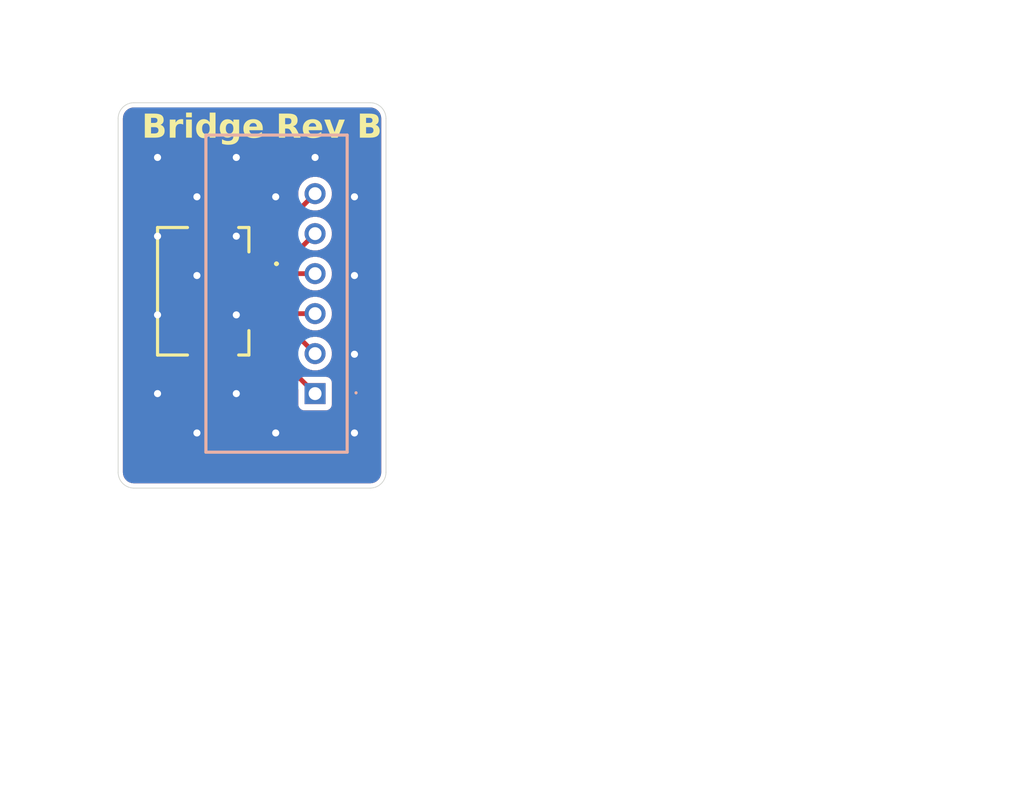
<source format=kicad_pcb>
(kicad_pcb (version 20241229) (generator "pcbnew") (generator_version "9.0")
  (title_block (comment 4 "AISLER Project ID: QOQVUAOU"))
  (layers (0 "F.Cu" signal) (2 "B.Cu" signal) (13 "F.Paste" user) (15 "B.Paste" user) (5 "F.SilkS" user "F.Silkscreen") (7 "B.SilkS" user "B.Silkscreen") (1 "F.Mask" user) (3 "B.Mask" user) (25 "Edge.Cuts" user))
  (net 0 "")
  (net 1 "AVSS")
  (net 2 "Net-(J1-Pad1)")
  (net 3 "Net-(J1-Pad4)")
  (net 4 "Net-(J1-Pad3)")
  (net 5 "Net-(J1-Pad2)")
  (net 6 "Net-(J1-Pad5)")
  (net 7 "Net-(J1-Pad6)")
  (footprint "foots:687108149022" (layer "F.Cu") (at 88.5 58.5 -90)
    (property "Reference" "J2" (hide yes))
    (property "Value" "687108149022" (hide yes))
    (fp_line (start -4.05 3.5) (end 4.05 3.5) (stroke (width 0.2)) (layer "F.SilkS"))
    (fp_line (start 4.05 3.5) (end 4.05 1.6) (stroke (width 0.2)) (layer "F.SilkS"))
    (fp_line (start -4.05 1.6) (end -4.05 3.5) (stroke (width 0.2)) (layer "F.SilkS"))
    (fp_line (start -4.05 -1.65) (end -4.05 -2.3) (stroke (width 0.2)) (layer "F.SilkS"))
    (fp_line (start -4.05 -2.3) (end -2.5 -2.3) (stroke (width 0.2)) (layer "F.SilkS"))
    (fp_line (start 2.5 -2.3) (end 4.05 -2.3) (stroke (width 0.2)) (layer "F.SilkS"))
    (fp_line (start 4.05 -2.3) (end 4.05 -1.65) (stroke (width 0.2)) (layer "F.SilkS"))
    (fp_line (start -1.75 -4) (end -1.75 -4) (stroke (width 0.2)) (layer "F.SilkS"))
    (fp_line (start -1.75 -4) (end -1.75 -4) (stroke (width 0.2)) (layer "F.SilkS"))
    (fp_line (start -1.75 -4.1) (end -1.75 -4.1) (stroke (width 0.2)) (layer "F.SilkS"))
    (fp_arc (start -1.75 -4) (mid -1.8 -4.05) (end -1.75 -4.1) (stroke (width 0.2)) (layer "F.SilkS"))
    (fp_arc (start -1.75 -4.1) (mid -1.7 -4.05) (end -1.75 -4) (stroke (width 0.2)) (layer "F.SilkS"))
    (fp_arc (start -1.75 -4.1) (mid -1.7 -4.05) (end -1.75 -4) (stroke (width 0.2)) (layer "F.SilkS"))
    (pad "1" smd rect (at -1.75 -2.75 270) (size 0.3 1.3) (layers "F.Cu" "F.Mask" "F.Paste") (net 7 "Net-(J1-Pad6)"))
    (pad "2" smd rect (at -1.25 -2.75 270) (size 0.3 1.3) (layers "F.Cu" "F.Mask" "F.Paste") (net 6 "Net-(J1-Pad5)"))
    (pad "3" smd rect (at -0.75 -2.75 270) (size 0.3 1.3) (layers "F.Cu" "F.Mask" "F.Paste") (net 1 "AVSS"))
    (pad "4" smd rect (at -0.25 -2.75 270) (size 0.3 1.3) (layers "F.Cu" "F.Mask" "F.Paste") (net 3 "Net-(J1-Pad4)"))
    (pad "5" smd rect (at 0.25 -2.75 270) (size 0.3 1.3) (layers "F.Cu" "F.Mask" "F.Paste") (net 4 "Net-(J1-Pad3)"))
    (pad "6" smd rect (at 0.75 -2.75 270) (size 0.3 1.3) (layers "F.Cu" "F.Mask" "F.Paste") (net 1 "AVSS"))
    (pad "7" smd rect (at 1.25 -2.75 270) (size 0.3 1.3) (layers "F.Cu" "F.Mask" "F.Paste") (net 5 "Net-(J1-Pad2)"))
    (pad "8" smd rect (at 1.75 -2.75 270) (size 0.3 1.3) (layers "F.Cu" "F.Mask" "F.Paste") (net 2 "Net-(J1-Pad1)"))
    (pad "MP1" smd rect (at -3.55 0) (size 1.8 2) (layers "F.Cu" "F.Mask" "F.Paste") (net 1 "AVSS"))
    (pad "MP2" smd rect (at 3.55 0) (size 1.8 2) (layers "F.Cu" "F.Mask" "F.Paste") (net 1 "AVSS"))
  )
  (footprint "foots:55203146" (layer "B.Cu") (at 95 65 90)
    (property "Reference" "J1" (hide yes))
    (property "Value" "5-520314-6" (hide yes))
    (fp_line (start 16.42 -6.93) (end -3.72 -6.93) (stroke (width 0.2)) (layer "B.SilkS"))
    (fp_line (start -3.72 -6.93) (end -3.72 2.036) (stroke (width 0.2)) (layer "B.SilkS"))
    (fp_line (start 16.42 2.036) (end 16.42 -6.93) (stroke (width 0.2)) (layer "B.SilkS"))
    (fp_line (start -3.72 2.036) (end 16.42 2.036) (stroke (width 0.2)) (layer "B.SilkS"))
    (fp_line (start 0.1 2.6) (end 0.1 2.6) (stroke (width 0.1)) (layer "B.SilkS"))
    (fp_line (start 0 2.6) (end 0 2.6) (stroke (width 0.1)) (layer "B.SilkS"))
    (fp_arc (start 0.1 2.6) (mid 0.05 2.65) (end 0 2.6) (stroke (width 0.1)) (layer "B.SilkS"))
    (fp_arc (start 0 2.6) (mid 0.05 2.55) (end 0.1 2.6) (stroke (width 0.1)) (layer "B.SilkS"))
    (pad "1" thru_hole rect (at 0 0 90) (size 1.333 1.333) (drill 0.82) (layers "*.Cu" "*.Mask") (net 2 "Net-(J1-Pad1)"))
    (pad "2" thru_hole circle (at 2.54 0 90) (size 1.333 1.333) (drill 0.82) (layers "*.Cu" "*.Mask") (net 5 "Net-(J1-Pad2)"))
    (pad "3" thru_hole circle (at 5.08 0 90) (size 1.333 1.333) (drill 0.82) (layers "*.Cu" "*.Mask") (net 4 "Net-(J1-Pad3)"))
    (pad "4" thru_hole circle (at 7.62 0 90) (size 1.333 1.333) (drill 0.82) (layers "*.Cu" "*.Mask") (net 3 "Net-(J1-Pad4)"))
    (pad "5" thru_hole circle (at 10.16 0 90) (size 1.333 1.333) (drill 0.82) (layers "*.Cu" "*.Mask") (net 6 "Net-(J1-Pad5)"))
    (pad "6" thru_hole circle (at 12.7 0 90) (size 1.333 1.333) (drill 0.82) (layers "*.Cu" "*.Mask") (net 7 "Net-(J1-Pad6)"))
  )
  (gr_arc (start 83.5 71) (mid 82.792893 70.707107) (end 82.5 70) (stroke (width 0.05)) (layer "Edge.Cuts"))
  (gr_arc (start 98.5 46.525) (mid 99.207107 46.817893) (end 99.5 47.525) (stroke (width 0.05)) (layer "Edge.Cuts"))
  (gr_line (start 99.5 47.525) (end 99.5 70) (stroke (width 0.05)) (layer "Edge.Cuts"))
  (gr_arc (start 82.5 47.525) (mid 82.792893 46.817893) (end 83.5 46.525) (stroke (width 0.05)) (layer "Edge.Cuts"))
  (gr_arc (start 99.5 70) (mid 99.207107 70.707107) (end 98.5 71) (stroke (width 0.05)) (layer "Edge.Cuts"))
  (gr_line (start 82.5 70) (end 82.5 47.525) (stroke (width 0.05)) (layer "Edge.Cuts"))
  (gr_line (start 98.5 71) (end 83.5 71) (stroke (width 0.05)) (layer "Edge.Cuts"))
  (gr_line (start 83.5 46.525) (end 98.5 46.525) (stroke (width 0.05)) (layer "Edge.Cuts"))
  (gr_text "Bridge Rev B" (at 84 49 0) (layer "F.SilkS") (effects (font (size 1.5 1.5) (thickness 0.3) (bold yes)) (justify left bottom)))
  (segment (start 91.25 59.25) (end 90.36 59.25) (width 0.3) (layer "F.Cu") (net 1))
  (segment (start 90.245 57.755) (end 89.955 57.755) (width 0.3) (layer "F.Cu") (net 1))
  (segment (start 90.355 59.255) (end 90.255 59.255) (width 0.3) (layer "F.Cu") (net 1))
  (segment (start 90.255 59.255) (end 89.755 59.255) (width 0.3) (layer "F.Cu") (net 1))
  (segment (start 90.36 59.25) (end 90.355 59.255) (width 0.3) (layer "F.Cu") (net 1))
  (segment (start 91.25 57.75) (end 90.25 57.75) (width 0.3) (layer "F.Cu") (net 1))
  (segment (start 90.25 57.75) (end 90.245 57.755) (width 0.25) (layer "F.Cu") (net 1))
  (via (at 90 50) (size 0.8) (drill 0.45) (layers "F.Cu" "B.Cu") (net 1))
  (via (at 97.5 57.5) (size 0.8) (drill 0.45) (layers "F.Cu" "B.Cu") (net 1))
  (via (at 87.5 67.5) (size 0.8) (drill 0.45) (layers "F.Cu" "B.Cu") (net 1))
  (via (at 90 55) (size 0.8) (drill 0.45) (layers "F.Cu" "B.Cu") (net 1))
  (via (at 87.5 57.5) (size 0.8) (drill 0.45) (layers "F.Cu" "B.Cu") (net 1))
  (via (at 85 55) (size 0.8) (drill 0.45) (layers "F.Cu" "B.Cu") (net 1))
  (via (at 87.5 52.5) (size 0.8) (drill 0.45) (layers "F.Cu" "B.Cu") (net 1))
  (via (at 97.5 52.5) (size 0.8) (drill 0.45) (layers "F.Cu" "B.Cu") (net 1))
  (via (at 85 65) (size 0.8) (drill 0.45) (layers "F.Cu" "B.Cu") (net 1))
  (via (at 97.5 62.5) (size 0.8) (drill 0.45) (layers "F.Cu" "B.Cu") (net 1))
  (via (at 97.5 67.5) (size 0.8) (drill 0.45) (layers "F.Cu" "B.Cu") (net 1))
  (via (at 85 50) (size 0.8) (drill 0.45) (layers "F.Cu" "B.Cu") (net 1))
  (via (at 90 65) (size 0.8) (drill 0.45) (layers "F.Cu" "B.Cu") (net 1))
  (via (at 90 60) (size 0.8) (drill 0.45) (layers "F.Cu" "B.Cu") (net 1))
  (via (at 85 60) (size 0.8) (drill 0.45) (layers "F.Cu" "B.Cu") (net 1))
  (via (at 92.5 67.5) (size 0.8) (drill 0.45) (layers "F.Cu" "B.Cu") (net 1))
  (via (at 95 50) (size 0.8) (drill 0.45) (layers "F.Cu" "B.Cu") (net 1))
  (via (at 92.5 52.5) (size 0.8) (drill 0.45) (layers "F.Cu" "B.Cu") (net 1))
  (segment (start 92.575 60.95) (end 92.575 62.575) (width 0.3) (layer "F.Cu") (net 2))
  (segment (start 91.875 60.25) (end 92.575 60.95) (width 0.3) (layer "F.Cu") (net 2))
  (segment (start 92.575 62.575) (end 95 65) (width 0.3) (layer "F.Cu") (net 2))
  (segment (start 91.25 60.25) (end 91.875 60.25) (width 0.3) (layer "F.Cu") (net 2))
  (segment (start 93.42 57.38) (end 92.55 58.25) (width 0.3) (layer "F.Cu") (net 3))
  (segment (start 92.55 58.25) (end 91.25 58.25) (width 0.3) (layer "F.Cu") (net 3))
  (segment (start 95 57.38) (end 93.42 57.38) (width 0.3) (layer "F.Cu") (net 3))
  (segment (start 93.67 59.92) (end 95 59.92) (width 0.3) (layer "F.Cu") (net 4))
  (segment (start 92.5 58.75) (end 93.67 59.92) (width 0.3) (layer "F.Cu") (net 4))
  (segment (start 91.25 58.75) (end 92.5 58.75) (width 0.3) (layer "F.Cu") (net 4))
  (segment (start 92.29 59.75) (end 95 62.46) (width 0.3) (layer "F.Cu") (net 5))
  (segment (start 91.25 59.75) (end 92.29 59.75) (width 0.3) (layer "F.Cu") (net 5))
  (segment (start 91.25 57.25) (end 92.59 57.25) (width 0.3) (layer "F.Cu") (net 6))
  (segment (start 92.59 57.25) (end 95 54.84) (width 0.3) (layer "F.Cu") (net 6))
  (segment (start 91.25 56.75) (end 91.775 56.75) (width 0.3) (layer "F.Cu") (net 7))
  (segment (start 92.75 55.775) (end 92.75 54.55) (width 0.3) (layer "F.Cu") (net 7))
  (segment (start 92.75 54.55) (end 95 52.3) (width 0.3) (layer "F.Cu") (net 7))
  (segment (start 91.775 56.75) (end 92.75 55.775) (width 0.3) (layer "F.Cu") (net 7))
  (zone (net 1) (net_name "AVSS") (layers "F.Cu" "B.Cu") (connect_pads yes (clearance 0.4)) (min_thickness 0.25) (fill yes (thermal_gap 0.5) (thermal_bridge_width 0.5))
    (polygon (pts (xy 75 90) (xy 75 40) (xy 140 40) (xy 140 90)))
  )
)
</source>
